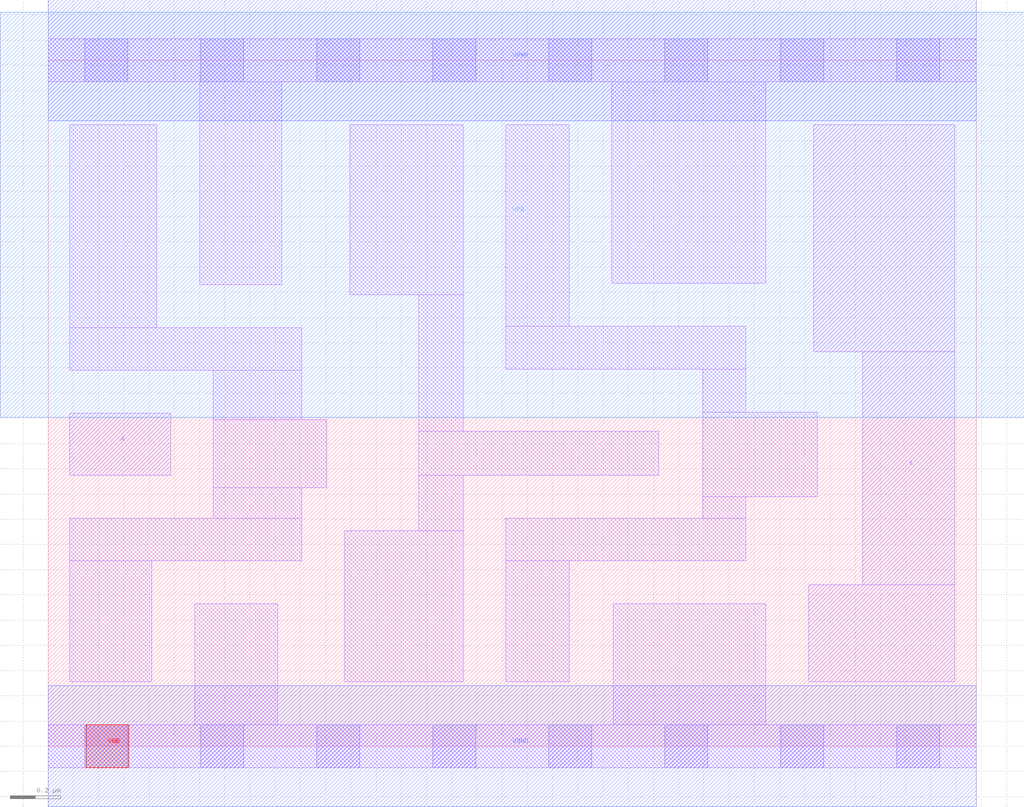
<source format=lef>
# Copyright 2020 The SkyWater PDK Authors
#
# Licensed under the Apache License, Version 2.0 (the "License");
# you may not use this file except in compliance with the License.
# You may obtain a copy of the License at
#
#     https://www.apache.org/licenses/LICENSE-2.0
#
# Unless required by applicable law or agreed to in writing, software
# distributed under the License is distributed on an "AS IS" BASIS,
# WITHOUT WARRANTIES OR CONDITIONS OF ANY KIND, either express or implied.
# See the License for the specific language governing permissions and
# limitations under the License.
#
# SPDX-License-Identifier: Apache-2.0

VERSION 5.7 ;
  NOWIREEXTENSIONATPIN ON ;
  DIVIDERCHAR "/" ;
  BUSBITCHARS "[]" ;
MACRO sky130_fd_sc_hd__clkdlybuf4s25_1
  CLASS CORE ;
  FOREIGN sky130_fd_sc_hd__clkdlybuf4s25_1 ;
  ORIGIN  0.000000  0.000000 ;
  SIZE  3.680000 BY  2.720000 ;
  SYMMETRY X Y R90 ;
  SITE unithd ;
  PIN A
    ANTENNAGATEAREA  0.213000 ;
    DIRECTION INPUT ;
    USE SIGNAL ;
    PORT
      LAYER li1 ;
        RECT 0.085000 1.075000 0.485000 1.320000 ;
    END
  END A
  PIN VNB
    PORT
      LAYER pwell ;
        RECT 0.150000 -0.085000 0.320000 0.085000 ;
    END
  END VNB
  PIN VPB
    PORT
      LAYER nwell ;
        RECT -0.190000 1.305000 3.870000 2.910000 ;
    END
  END VPB
  PIN X
    ANTENNADIFFAREA  0.702900 ;
    DIRECTION OUTPUT ;
    USE SIGNAL ;
    PORT
      LAYER li1 ;
        RECT 3.015000 0.255000 3.595000 0.640000 ;
        RECT 3.035000 1.565000 3.595000 2.465000 ;
        RECT 3.230000 0.640000 3.595000 1.565000 ;
    END
  END X
  PIN VGND
    DIRECTION INOUT ;
    SHAPE ABUTMENT ;
    USE GROUND ;
    PORT
      LAYER met1 ;
        RECT 0.000000 -0.240000 3.680000 0.240000 ;
    END
  END VGND
  PIN VPWR
    DIRECTION INOUT ;
    SHAPE ABUTMENT ;
    USE POWER ;
    PORT
      LAYER met1 ;
        RECT 0.000000 2.480000 3.680000 2.960000 ;
    END
  END VPWR
  OBS
    LAYER li1 ;
      RECT 0.000000 -0.085000 3.680000 0.085000 ;
      RECT 0.000000  2.635000 3.680000 2.805000 ;
      RECT 0.085000  0.255000 0.410000 0.735000 ;
      RECT 0.085000  0.735000 1.005000 0.905000 ;
      RECT 0.085000  1.490000 1.005000 1.660000 ;
      RECT 0.085000  1.660000 0.430000 2.465000 ;
      RECT 0.580000  0.085000 0.910000 0.565000 ;
      RECT 0.600000  1.830000 0.925000 2.635000 ;
      RECT 0.655000  0.905000 1.005000 1.025000 ;
      RECT 0.655000  1.025000 1.105000 1.295000 ;
      RECT 0.655000  1.295000 1.005000 1.490000 ;
      RECT 1.175000  0.255000 1.645000 0.855000 ;
      RECT 1.195000  1.790000 1.645000 2.465000 ;
      RECT 1.470000  0.855000 1.645000 1.075000 ;
      RECT 1.470000  1.075000 2.420000 1.250000 ;
      RECT 1.470000  1.250000 1.645000 1.790000 ;
      RECT 1.815000  0.255000 2.065000 0.735000 ;
      RECT 1.815000  0.735000 2.765000 0.905000 ;
      RECT 1.815000  1.495000 2.765000 1.665000 ;
      RECT 1.815000  1.665000 2.065000 2.465000 ;
      RECT 2.235000  1.835000 2.845000 2.635000 ;
      RECT 2.240000  0.085000 2.845000 0.565000 ;
      RECT 2.595000  0.905000 2.765000 0.990000 ;
      RECT 2.595000  0.990000 3.050000 1.325000 ;
      RECT 2.595000  1.325000 2.765000 1.495000 ;
    LAYER mcon ;
      RECT 0.145000 -0.085000 0.315000 0.085000 ;
      RECT 0.145000  2.635000 0.315000 2.805000 ;
      RECT 0.605000 -0.085000 0.775000 0.085000 ;
      RECT 0.605000  2.635000 0.775000 2.805000 ;
      RECT 1.065000 -0.085000 1.235000 0.085000 ;
      RECT 1.065000  2.635000 1.235000 2.805000 ;
      RECT 1.525000 -0.085000 1.695000 0.085000 ;
      RECT 1.525000  2.635000 1.695000 2.805000 ;
      RECT 1.985000 -0.085000 2.155000 0.085000 ;
      RECT 1.985000  2.635000 2.155000 2.805000 ;
      RECT 2.445000 -0.085000 2.615000 0.085000 ;
      RECT 2.445000  2.635000 2.615000 2.805000 ;
      RECT 2.905000 -0.085000 3.075000 0.085000 ;
      RECT 2.905000  2.635000 3.075000 2.805000 ;
      RECT 3.365000 -0.085000 3.535000 0.085000 ;
      RECT 3.365000  2.635000 3.535000 2.805000 ;
  END
END sky130_fd_sc_hd__clkdlybuf4s25_1
END LIBRARY

</source>
